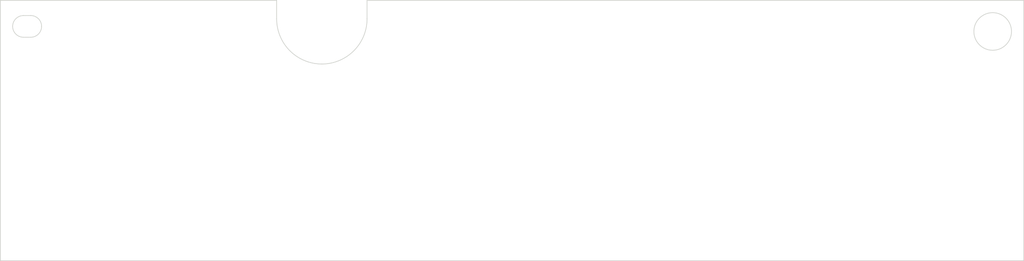
<source format=kicad_pcb>
(kicad_pcb (version 3) (host pcbnew "(2013-04-19 BZR 4011)-stable")

  (general
    (links 0)
    (no_connects 0)
    (area 0 0 0 0)
    (thickness 1.6)
    (drawings 32)
    (tracks 0)
    (zones 0)
    (modules 0)
    (nets 1)
  )

  (page A3)
  (layers
    (15 F.Cu signal)
    (0 B.Cu signal)
    (16 B.Adhes user)
    (17 F.Adhes user)
    (18 B.Paste user)
    (19 F.Paste user)
    (20 B.SilkS user)
    (21 F.SilkS user)
    (22 B.Mask user)
    (23 F.Mask user)
    (24 Dwgs.User user hide)
    (25 Cmts.User user)
    (26 Eco1.User user)
    (27 Eco2.User user)
    (28 Edge.Cuts user)
  )

  (setup
    (last_trace_width 0.254)
    (trace_clearance 0.254)
    (zone_clearance 0.508)
    (zone_45_only no)
    (trace_min 0.254)
    (segment_width 0.2)
    (edge_width 0.1)
    (via_size 0.889)
    (via_drill 0.635)
    (via_min_size 0.889)
    (via_min_drill 0.508)
    (uvia_size 0.508)
    (uvia_drill 0.127)
    (uvias_allowed no)
    (uvia_min_size 0.508)
    (uvia_min_drill 0.127)
    (pcb_text_width 0.3)
    (pcb_text_size 1.5 1.5)
    (mod_edge_width 0.15)
    (mod_text_size 1 1)
    (mod_text_width 0.15)
    (pad_size 1.5 1.5)
    (pad_drill 0.6)
    (pad_to_mask_clearance 0)
    (aux_axis_origin 0 0)
    (visible_elements FFFFFFBF)
    (pcbplotparams
      (layerselection 3178497)
      (usegerberextensions true)
      (excludeedgelayer true)
      (linewidth 152400)
      (plotframeref false)
      (viasonmask false)
      (mode 1)
      (useauxorigin false)
      (hpglpennumber 1)
      (hpglpenspeed 20)
      (hpglpendiameter 15)
      (hpglpenoverlay 2)
      (psnegative false)
      (psa4output false)
      (plotreference true)
      (plotvalue true)
      (plotothertext true)
      (plotinvisibletext false)
      (padsonsilk false)
      (subtractmaskfromsilk false)
      (outputformat 1)
      (mirror false)
      (drillshape 1)
      (scaleselection 1)
      (outputdirectory ""))
  )

  (net 0 "")

  (net_class Default "This is the default net class."
    (clearance 0.254)
    (trace_width 0.254)
    (via_dia 0.889)
    (via_drill 0.635)
    (uvia_dia 0.508)
    (uvia_drill 0.127)
    (add_net "")
  )

  (dimension 36 (width 0.3) (layer Dwgs.User)
    (gr_text "36.000 mm" (at 289.999999 119.800003 270) (layer Dwgs.User)
      (effects (font (size 1.5 1.5) (thickness 0.3)))
    )
    (feature1 (pts (xy 253 137.8) (xy 291.349999 137.800003)))
    (feature2 (pts (xy 253 101.8) (xy 291.349999 101.800003)))
    (crossbar (pts (xy 288.649999 101.800003) (xy 288.649999 137.800003)))
    (arrow1a (pts (xy 288.649999 137.800003) (xy 288.063579 136.6735)))
    (arrow1b (pts (xy 288.649999 137.800003) (xy 289.236419 136.6735)))
    (arrow2a (pts (xy 288.649999 101.800003) (xy 288.063579 102.926506)))
    (arrow2b (pts (xy 288.649999 101.800003) (xy 289.236419 102.926506)))
  )
  (dimension 141.5 (width 0.3) (layer Dwgs.User)
    (gr_text "141.500 mm" (at 182.25 153.749999) (layer Dwgs.User)
      (effects (font (size 1.5 1.5) (thickness 0.3)))
    )
    (feature1 (pts (xy 253 137.8) (xy 253 155.099999)))
    (feature2 (pts (xy 111.5 137.8) (xy 111.5 155.099999)))
    (crossbar (pts (xy 111.5 152.399999) (xy 253 152.399999)))
    (arrow1a (pts (xy 253 152.399999) (xy 251.873497 152.986419)))
    (arrow1b (pts (xy 253 152.399999) (xy 251.873497 151.813579)))
    (arrow2a (pts (xy 111.5 152.399999) (xy 112.626503 152.986419)))
    (arrow2b (pts (xy 111.5 152.399999) (xy 112.626503 151.813579)))
  )
  (dimension 5.2 (width 0.3) (layer Dwgs.User)
    (gr_text "5.200 mm" (at 248.7 114.199999) (layer Dwgs.User)
      (effects (font (size 1.5 1.5) (thickness 0.3)))
    )
    (feature1 (pts (xy 251.3 106.1) (xy 251.3 115.549999)))
    (feature2 (pts (xy 246.1 106.1) (xy 246.1 115.549999)))
    (crossbar (pts (xy 246.1 112.849999) (xy 251.3 112.849999)))
    (arrow1a (pts (xy 251.3 112.849999) (xy 250.173497 113.436419)))
    (arrow1b (pts (xy 251.3 112.849999) (xy 250.173497 112.263579)))
    (arrow2a (pts (xy 246.1 112.849999) (xy 247.226503 113.436419)))
    (arrow2b (pts (xy 246.1 112.849999) (xy 247.226503 112.263579)))
  )
  (dimension 4.3 (width 0.3) (layer Dwgs.User)
    (gr_text "4.300 mm" (at 261.05 103.95 90) (layer Dwgs.User)
      (effects (font (size 1.5 1.5) (thickness 0.3)))
    )
    (feature1 (pts (xy 248.7 101.8) (xy 262.4 101.8)))
    (feature2 (pts (xy 248.7 106.1) (xy 262.4 106.1)))
    (crossbar (pts (xy 259.7 106.1) (xy 259.7 101.8)))
    (arrow1a (pts (xy 259.7 101.8) (xy 260.28642 102.926503)))
    (arrow1b (pts (xy 259.7 101.8) (xy 259.11358 102.926503)))
    (arrow2a (pts (xy 259.7 106.1) (xy 260.28642 104.973497)))
    (arrow2b (pts (xy 259.7 106.1) (xy 259.11358 104.973497)))
  )
  (dimension 4.3 (width 0.3) (layer Dwgs.User)
    (gr_text "4.300 mm" (at 250.85 96.450001) (layer Dwgs.User)
      (effects (font (size 1.5 1.5) (thickness 0.3)))
    )
    (feature1 (pts (xy 253 106.1) (xy 253 95.100001)))
    (feature2 (pts (xy 248.7 106.1) (xy 248.7 95.100001)))
    (crossbar (pts (xy 248.7 97.800001) (xy 253 97.800001)))
    (arrow1a (pts (xy 253 97.800001) (xy 251.873497 98.386421)))
    (arrow1b (pts (xy 253 97.800001) (xy 251.873497 97.213581)))
    (arrow2a (pts (xy 248.7 97.800001) (xy 249.826503 98.386421)))
    (arrow2b (pts (xy 248.7 97.800001) (xy 249.826503 97.213581)))
  )
  (dimension 6.25 (width 0.3) (layer Dwgs.User)
    (gr_text "6.250 mm" (at 152.825 98.700001) (layer Dwgs.User)
      (effects (font (size 1.5 1.5) (thickness 0.3)))
    )
    (feature1 (pts (xy 149.7 104.35) (xy 149.7 97.350001)))
    (feature2 (pts (xy 155.95 104.35) (xy 155.95 97.350001)))
    (crossbar (pts (xy 155.95 100.050001) (xy 149.7 100.050001)))
    (arrow1a (pts (xy 149.7 100.050001) (xy 150.826503 99.463581)))
    (arrow1b (pts (xy 149.7 100.050001) (xy 150.826503 100.636421)))
    (arrow2a (pts (xy 155.95 100.050001) (xy 154.823497 99.463581)))
    (arrow2b (pts (xy 155.95 100.050001) (xy 154.823497 100.636421)))
  )
  (dimension 2.55 (width 0.3) (layer Dwgs.User)
    (gr_text "2.550 mm" (at 144.400001 103.075 270) (layer Dwgs.User)
      (effects (font (size 1.5 1.5) (thickness 0.3)))
    )
    (feature1 (pts (xy 149.7 104.35) (xy 143.050001 104.35)))
    (feature2 (pts (xy 149.7 101.8) (xy 143.050001 101.8)))
    (crossbar (pts (xy 145.750001 101.8) (xy 145.750001 104.35)))
    (arrow1a (pts (xy 145.750001 104.35) (xy 145.163581 103.223497)))
    (arrow1b (pts (xy 145.750001 104.35) (xy 146.336421 103.223497)))
    (arrow2a (pts (xy 145.750001 101.8) (xy 145.163581 102.926503)))
    (arrow2b (pts (xy 145.750001 101.8) (xy 146.336421 102.926503)))
  )
  (dimension 38.2 (width 0.3) (layer Dwgs.User)
    (gr_text "38.200 mm" (at 130.6 78.500001) (layer Dwgs.User)
      (effects (font (size 1.5 1.5) (thickness 0.3)))
    )
    (feature1 (pts (xy 111.5 101.8) (xy 111.5 77.150001)))
    (feature2 (pts (xy 149.7 101.8) (xy 149.7 77.150001)))
    (crossbar (pts (xy 149.7 79.850001) (xy 111.5 79.850001)))
    (arrow1a (pts (xy 111.5 79.850001) (xy 112.626503 79.263581)))
    (arrow1b (pts (xy 111.5 79.850001) (xy 112.626503 80.436421)))
    (arrow2a (pts (xy 149.7 79.850001) (xy 148.573497 79.263581)))
    (arrow2b (pts (xy 149.7 79.850001) (xy 148.573497 80.436421)))
  )
  (dimension 8.8 (width 0.3) (layer Dwgs.User)
    (gr_text "8.800 mm" (at 165.849999 106.2 270) (layer Dwgs.User)
      (effects (font (size 1.5 1.5) (thickness 0.3)))
    )
    (feature1 (pts (xy 162.2 110.6) (xy 167.199999 110.6)))
    (feature2 (pts (xy 162.2 101.8) (xy 167.199999 101.8)))
    (crossbar (pts (xy 164.499999 101.8) (xy 164.499999 110.6)))
    (arrow1a (pts (xy 164.499999 110.6) (xy 163.913579 109.473497)))
    (arrow1b (pts (xy 164.499999 110.6) (xy 165.086419 109.473497)))
    (arrow2a (pts (xy 164.499999 101.8) (xy 163.913579 102.926503)))
    (arrow2b (pts (xy 164.499999 101.8) (xy 165.086419 102.926503)))
  )
  (dimension 12.5 (width 0.3) (layer Dwgs.User)
    (gr_text "12.500 mm" (at 155.95 93.400001) (layer Dwgs.User)
      (effects (font (size 1.5 1.5) (thickness 0.3)))
    )
    (feature1 (pts (xy 162.2 101.8) (xy 162.2 92.050001)))
    (feature2 (pts (xy 149.7 101.8) (xy 149.7 92.050001)))
    (crossbar (pts (xy 149.7 94.750001) (xy 162.2 94.750001)))
    (arrow1a (pts (xy 162.2 94.750001) (xy 161.073497 95.336421)))
    (arrow1b (pts (xy 162.2 94.750001) (xy 161.073497 94.163581)))
    (arrow2a (pts (xy 149.7 94.750001) (xy 150.826503 95.336421)))
    (arrow2b (pts (xy 149.7 94.750001) (xy 150.826503 94.163581)))
  )
  (dimension 1 (width 0.3) (layer Dwgs.User)
    (gr_text "1.000 mm" (at 115.2 111.449999) (layer Dwgs.User)
      (effects (font (size 1.5 1.5) (thickness 0.3)))
    )
    (feature1 (pts (xy 115.7 106.9) (xy 115.7 112.799999)))
    (feature2 (pts (xy 114.7 106.9) (xy 114.7 112.799999)))
    (crossbar (pts (xy 114.7 110.099999) (xy 115.7 110.099999)))
    (arrow1a (pts (xy 115.7 110.099999) (xy 114.573497 110.686419)))
    (arrow1b (pts (xy 115.7 110.099999) (xy 114.573497 109.513579)))
    (arrow2a (pts (xy 114.7 110.099999) (xy 115.826503 110.686419)))
    (arrow2b (pts (xy 114.7 110.099999) (xy 115.826503 109.513579)))
  )
  (dimension 1.5 (width 0.3) (layer Dwgs.User)
    (gr_text "1.500 mm" (at 113.95 114.649999) (layer Dwgs.User)
      (effects (font (size 1.5 1.5) (thickness 0.3)))
    )
    (feature1 (pts (xy 114.7 105.4) (xy 114.7 115.999999)))
    (feature2 (pts (xy 113.2 105.4) (xy 113.2 115.999999)))
    (crossbar (pts (xy 113.2 113.299999) (xy 114.7 113.299999)))
    (arrow1a (pts (xy 114.7 113.299999) (xy 113.573497 113.886419)))
    (arrow1b (pts (xy 114.7 113.299999) (xy 113.573497 112.713579)))
    (arrow2a (pts (xy 113.2 113.299999) (xy 114.326503 113.886419)))
    (arrow2b (pts (xy 113.2 113.299999) (xy 114.326503 112.713579)))
  )
  (dimension 5.1 (width 0.3) (layer Dwgs.User)
    (gr_text "5.100 mm" (at 90.300001 104.349998 270) (layer Dwgs.User)
      (effects (font (size 1.5 1.5) (thickness 0.3)))
    )
    (feature1 (pts (xy 115.2 106.9) (xy 88.950001 106.899998)))
    (feature2 (pts (xy 115.2 101.8) (xy 88.950001 101.799998)))
    (crossbar (pts (xy 91.650001 101.799998) (xy 91.650001 106.899998)))
    (arrow1a (pts (xy 91.650001 106.899998) (xy 91.063581 105.773495)))
    (arrow1b (pts (xy 91.650001 106.899998) (xy 92.236421 105.773495)))
    (arrow2a (pts (xy 91.650001 101.799998) (xy 91.063581 102.926501)))
    (arrow2b (pts (xy 91.650001 101.799998) (xy 92.236421 102.926501)))
  )
  (dimension 2.1 (width 0.3) (layer Dwgs.User)
    (gr_text "2.100 mm" (at 100.100001 102.849999 270) (layer Dwgs.User)
      (effects (font (size 1.5 1.5) (thickness 0.3)))
    )
    (feature1 (pts (xy 115.2 103.9) (xy 98.750001 103.899999)))
    (feature2 (pts (xy 115.2 101.8) (xy 98.750001 101.799999)))
    (crossbar (pts (xy 101.450001 101.799999) (xy 101.450001 103.899999)))
    (arrow1a (pts (xy 101.450001 103.899999) (xy 100.863581 102.773496)))
    (arrow1b (pts (xy 101.450001 103.899999) (xy 102.036421 102.773496)))
    (arrow2a (pts (xy 101.450001 101.799999) (xy 100.863581 102.926502)))
    (arrow2b (pts (xy 101.450001 101.799999) (xy 102.036421 102.926502)))
  )
  (dimension 1.7 (width 0.3) (layer Dwgs.User)
    (gr_text "1.700 mm" (at 112.35 96.500001) (layer Dwgs.User)
      (effects (font (size 1.5 1.5) (thickness 0.3)))
    )
    (feature1 (pts (xy 113.2 105.4) (xy 113.2 95.150001)))
    (feature2 (pts (xy 111.5 105.4) (xy 111.5 95.150001)))
    (crossbar (pts (xy 111.5 97.850001) (xy 113.2 97.850001)))
    (arrow1a (pts (xy 113.2 97.850001) (xy 112.073497 98.436421)))
    (arrow1b (pts (xy 113.2 97.850001) (xy 112.073497 97.263581)))
    (arrow2a (pts (xy 111.5 97.850001) (xy 112.626503 98.436421)))
    (arrow2b (pts (xy 111.5 97.850001) (xy 112.626503 97.263581)))
  )
  (dimension 5.7 (width 0.3) (layer Dwgs.User)
    (gr_text "5.700 mm" (at 114.35 92.350001) (layer Dwgs.User)
      (effects (font (size 1.5 1.5) (thickness 0.3)))
    )
    (feature1 (pts (xy 117.2 105.4) (xy 117.2 91.000001)))
    (feature2 (pts (xy 111.5 105.4) (xy 111.5 91.000001)))
    (crossbar (pts (xy 111.5 93.700001) (xy 117.2 93.700001)))
    (arrow1a (pts (xy 117.2 93.700001) (xy 116.073497 94.286421)))
    (arrow1b (pts (xy 117.2 93.700001) (xy 116.073497 93.113581)))
    (arrow2a (pts (xy 111.5 93.700001) (xy 112.626503 94.286421)))
    (arrow2b (pts (xy 111.5 93.700001) (xy 112.626503 93.113581)))
  )
  (gr_line (start 114.7 106.9) (end 115.7 106.9) (angle 90) (layer Edge.Cuts) (width 0.1))
  (gr_line (start 115.7 103.9) (end 114.7 103.9) (angle 90) (layer Edge.Cuts) (width 0.1))
  (gr_arc (start 115.7 105.4) (end 115.7 103.9) (angle 90) (layer Edge.Cuts) (width 0.1))
  (gr_arc (start 115.7 105.4) (end 117.2 105.4) (angle 90) (layer Edge.Cuts) (width 0.1))
  (gr_arc (start 114.7 105.4) (end 114.7 106.9) (angle 90) (layer Edge.Cuts) (width 0.1))
  (gr_arc (start 114.7 105.4) (end 113.2 105.4) (angle 90) (layer Edge.Cuts) (width 0.1))
  (gr_circle (center 248.7 106.1) (end 251.3 106.1) (layer Edge.Cuts) (width 0.1))
  (gr_line (start 162.2 101.8) (end 253 101.8) (angle 90) (layer Edge.Cuts) (width 0.1))
  (gr_line (start 111.5 101.8) (end 149.7 101.8) (angle 90) (layer Edge.Cuts) (width 0.1))
  (gr_line (start 149.7 104.35) (end 149.7 101.8) (angle 90) (layer Edge.Cuts) (width 0.1))
  (gr_line (start 162.2 104.35) (end 162.2 101.8) (angle 90) (layer Edge.Cuts) (width 0.1))
  (gr_arc (start 155.95 104.35) (end 149.7 104.35) (angle -90) (layer Edge.Cuts) (width 0.1))
  (gr_arc (start 155.95 104.35) (end 162.2 104.35) (angle 90) (layer Edge.Cuts) (width 0.1))
  (gr_line (start 111.5 137.8) (end 111.5 101.8) (angle 90) (layer Edge.Cuts) (width 0.1))
  (gr_line (start 253 137.8) (end 111.5 137.8) (angle 90) (layer Edge.Cuts) (width 0.1))
  (gr_line (start 253 101.8) (end 253 137.8) (angle 90) (layer Edge.Cuts) (width 0.1))

)

</source>
